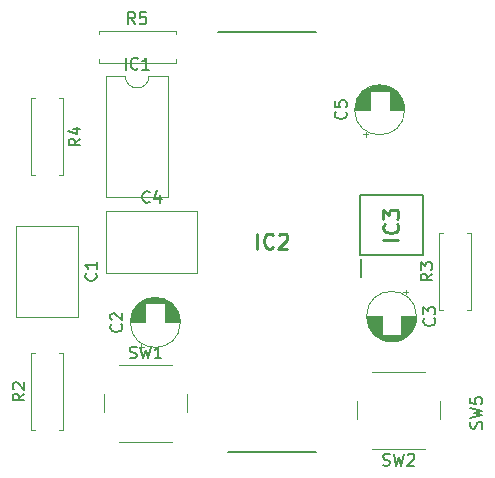
<source format=gto>
%TF.GenerationSoftware,KiCad,Pcbnew,(5.1.9-0-10_14)*%
%TF.CreationDate,2021-04-15T17:53:14+09:00*%
%TF.ProjectId,RadioExercise,52616469-6f45-4786-9572-636973652e6b,rev?*%
%TF.SameCoordinates,Original*%
%TF.FileFunction,Legend,Top*%
%TF.FilePolarity,Positive*%
%FSLAX46Y46*%
G04 Gerber Fmt 4.6, Leading zero omitted, Abs format (unit mm)*
G04 Created by KiCad (PCBNEW (5.1.9-0-10_14)) date 2021-04-15 17:53:14*
%MOMM*%
%LPD*%
G01*
G04 APERTURE LIST*
%ADD10C,0.120000*%
%ADD11C,0.200000*%
%ADD12C,0.150000*%
%ADD13C,0.254000*%
G04 APERTURE END LIST*
D10*
%TO.C,C1*%
X180464000Y-76796000D02*
X175224000Y-76796000D01*
X180464000Y-69056000D02*
X175224000Y-69056000D01*
X175224000Y-69056000D02*
X175224000Y-76796000D01*
X180464000Y-69056000D02*
X180464000Y-76796000D01*
%TO.C,C2*%
X185605000Y-79319801D02*
X186005000Y-79319801D01*
X185805000Y-79519801D02*
X185805000Y-79119801D01*
X186630000Y-75169000D02*
X187370000Y-75169000D01*
X186463000Y-75209000D02*
X187537000Y-75209000D01*
X186336000Y-75249000D02*
X187664000Y-75249000D01*
X186232000Y-75289000D02*
X187768000Y-75289000D01*
X186141000Y-75329000D02*
X187859000Y-75329000D01*
X186060000Y-75369000D02*
X187940000Y-75369000D01*
X185987000Y-75409000D02*
X188013000Y-75409000D01*
X185920000Y-75449000D02*
X188080000Y-75449000D01*
X185858000Y-75489000D02*
X188142000Y-75489000D01*
X185800000Y-75529000D02*
X188200000Y-75529000D01*
X185746000Y-75569000D02*
X188254000Y-75569000D01*
X185696000Y-75609000D02*
X188304000Y-75609000D01*
X185649000Y-75649000D02*
X188351000Y-75649000D01*
X187840000Y-75689000D02*
X188396000Y-75689000D01*
X185604000Y-75689000D02*
X186160000Y-75689000D01*
X187840000Y-75729000D02*
X188438000Y-75729000D01*
X185562000Y-75729000D02*
X186160000Y-75729000D01*
X187840000Y-75769000D02*
X188478000Y-75769000D01*
X185522000Y-75769000D02*
X186160000Y-75769000D01*
X187840000Y-75809000D02*
X188516000Y-75809000D01*
X185484000Y-75809000D02*
X186160000Y-75809000D01*
X187840000Y-75849000D02*
X188552000Y-75849000D01*
X185448000Y-75849000D02*
X186160000Y-75849000D01*
X187840000Y-75889000D02*
X188587000Y-75889000D01*
X185413000Y-75889000D02*
X186160000Y-75889000D01*
X187840000Y-75929000D02*
X188619000Y-75929000D01*
X185381000Y-75929000D02*
X186160000Y-75929000D01*
X187840000Y-75969000D02*
X188650000Y-75969000D01*
X185350000Y-75969000D02*
X186160000Y-75969000D01*
X187840000Y-76009000D02*
X188680000Y-76009000D01*
X185320000Y-76009000D02*
X186160000Y-76009000D01*
X187840000Y-76049000D02*
X188708000Y-76049000D01*
X185292000Y-76049000D02*
X186160000Y-76049000D01*
X187840000Y-76089000D02*
X188735000Y-76089000D01*
X185265000Y-76089000D02*
X186160000Y-76089000D01*
X187840000Y-76129000D02*
X188760000Y-76129000D01*
X185240000Y-76129000D02*
X186160000Y-76129000D01*
X187840000Y-76169000D02*
X188785000Y-76169000D01*
X185215000Y-76169000D02*
X186160000Y-76169000D01*
X187840000Y-76209000D02*
X188808000Y-76209000D01*
X185192000Y-76209000D02*
X186160000Y-76209000D01*
X187840000Y-76249000D02*
X188830000Y-76249000D01*
X185170000Y-76249000D02*
X186160000Y-76249000D01*
X187840000Y-76289000D02*
X188851000Y-76289000D01*
X185149000Y-76289000D02*
X186160000Y-76289000D01*
X187840000Y-76329000D02*
X188870000Y-76329000D01*
X185130000Y-76329000D02*
X186160000Y-76329000D01*
X187840000Y-76369000D02*
X188889000Y-76369000D01*
X185111000Y-76369000D02*
X186160000Y-76369000D01*
X187840000Y-76409000D02*
X188907000Y-76409000D01*
X185093000Y-76409000D02*
X186160000Y-76409000D01*
X187840000Y-76449000D02*
X188924000Y-76449000D01*
X185076000Y-76449000D02*
X186160000Y-76449000D01*
X187840000Y-76489000D02*
X188940000Y-76489000D01*
X185060000Y-76489000D02*
X186160000Y-76489000D01*
X187840000Y-76529000D02*
X188954000Y-76529000D01*
X185046000Y-76529000D02*
X186160000Y-76529000D01*
X187840000Y-76570000D02*
X188968000Y-76570000D01*
X185032000Y-76570000D02*
X186160000Y-76570000D01*
X187840000Y-76610000D02*
X188982000Y-76610000D01*
X185018000Y-76610000D02*
X186160000Y-76610000D01*
X187840000Y-76650000D02*
X188994000Y-76650000D01*
X185006000Y-76650000D02*
X186160000Y-76650000D01*
X187840000Y-76690000D02*
X189005000Y-76690000D01*
X184995000Y-76690000D02*
X186160000Y-76690000D01*
X187840000Y-76730000D02*
X189016000Y-76730000D01*
X184984000Y-76730000D02*
X186160000Y-76730000D01*
X187840000Y-76770000D02*
X189025000Y-76770000D01*
X184975000Y-76770000D02*
X186160000Y-76770000D01*
X187840000Y-76810000D02*
X189034000Y-76810000D01*
X184966000Y-76810000D02*
X186160000Y-76810000D01*
X187840000Y-76850000D02*
X189042000Y-76850000D01*
X184958000Y-76850000D02*
X186160000Y-76850000D01*
X187840000Y-76890000D02*
X189050000Y-76890000D01*
X184950000Y-76890000D02*
X186160000Y-76890000D01*
X187840000Y-76930000D02*
X189056000Y-76930000D01*
X184944000Y-76930000D02*
X186160000Y-76930000D01*
X187840000Y-76970000D02*
X189062000Y-76970000D01*
X184938000Y-76970000D02*
X186160000Y-76970000D01*
X187840000Y-77010000D02*
X189067000Y-77010000D01*
X184933000Y-77010000D02*
X186160000Y-77010000D01*
X187840000Y-77050000D02*
X189071000Y-77050000D01*
X184929000Y-77050000D02*
X186160000Y-77050000D01*
X187840000Y-77090000D02*
X189074000Y-77090000D01*
X184926000Y-77090000D02*
X186160000Y-77090000D01*
X187840000Y-77130000D02*
X189077000Y-77130000D01*
X184923000Y-77130000D02*
X186160000Y-77130000D01*
X184921000Y-77170000D02*
X186160000Y-77170000D01*
X187840000Y-77170000D02*
X189079000Y-77170000D01*
X184920000Y-77210000D02*
X186160000Y-77210000D01*
X187840000Y-77210000D02*
X189080000Y-77210000D01*
X184920000Y-77250000D02*
X186160000Y-77250000D01*
X187840000Y-77250000D02*
X189080000Y-77250000D01*
X189120000Y-77250000D02*
G75*
G03*
X189120000Y-77250000I-2120000J0D01*
G01*
%TO.C,C3*%
X209120000Y-76750000D02*
G75*
G03*
X209120000Y-76750000I-2120000J0D01*
G01*
X206160000Y-76750000D02*
X204920000Y-76750000D01*
X209080000Y-76750000D02*
X207840000Y-76750000D01*
X206160000Y-76790000D02*
X204920000Y-76790000D01*
X209080000Y-76790000D02*
X207840000Y-76790000D01*
X206160000Y-76830000D02*
X204921000Y-76830000D01*
X209079000Y-76830000D02*
X207840000Y-76830000D01*
X209077000Y-76870000D02*
X207840000Y-76870000D01*
X206160000Y-76870000D02*
X204923000Y-76870000D01*
X209074000Y-76910000D02*
X207840000Y-76910000D01*
X206160000Y-76910000D02*
X204926000Y-76910000D01*
X209071000Y-76950000D02*
X207840000Y-76950000D01*
X206160000Y-76950000D02*
X204929000Y-76950000D01*
X209067000Y-76990000D02*
X207840000Y-76990000D01*
X206160000Y-76990000D02*
X204933000Y-76990000D01*
X209062000Y-77030000D02*
X207840000Y-77030000D01*
X206160000Y-77030000D02*
X204938000Y-77030000D01*
X209056000Y-77070000D02*
X207840000Y-77070000D01*
X206160000Y-77070000D02*
X204944000Y-77070000D01*
X209050000Y-77110000D02*
X207840000Y-77110000D01*
X206160000Y-77110000D02*
X204950000Y-77110000D01*
X209042000Y-77150000D02*
X207840000Y-77150000D01*
X206160000Y-77150000D02*
X204958000Y-77150000D01*
X209034000Y-77190000D02*
X207840000Y-77190000D01*
X206160000Y-77190000D02*
X204966000Y-77190000D01*
X209025000Y-77230000D02*
X207840000Y-77230000D01*
X206160000Y-77230000D02*
X204975000Y-77230000D01*
X209016000Y-77270000D02*
X207840000Y-77270000D01*
X206160000Y-77270000D02*
X204984000Y-77270000D01*
X209005000Y-77310000D02*
X207840000Y-77310000D01*
X206160000Y-77310000D02*
X204995000Y-77310000D01*
X208994000Y-77350000D02*
X207840000Y-77350000D01*
X206160000Y-77350000D02*
X205006000Y-77350000D01*
X208982000Y-77390000D02*
X207840000Y-77390000D01*
X206160000Y-77390000D02*
X205018000Y-77390000D01*
X208968000Y-77430000D02*
X207840000Y-77430000D01*
X206160000Y-77430000D02*
X205032000Y-77430000D01*
X208954000Y-77471000D02*
X207840000Y-77471000D01*
X206160000Y-77471000D02*
X205046000Y-77471000D01*
X208940000Y-77511000D02*
X207840000Y-77511000D01*
X206160000Y-77511000D02*
X205060000Y-77511000D01*
X208924000Y-77551000D02*
X207840000Y-77551000D01*
X206160000Y-77551000D02*
X205076000Y-77551000D01*
X208907000Y-77591000D02*
X207840000Y-77591000D01*
X206160000Y-77591000D02*
X205093000Y-77591000D01*
X208889000Y-77631000D02*
X207840000Y-77631000D01*
X206160000Y-77631000D02*
X205111000Y-77631000D01*
X208870000Y-77671000D02*
X207840000Y-77671000D01*
X206160000Y-77671000D02*
X205130000Y-77671000D01*
X208851000Y-77711000D02*
X207840000Y-77711000D01*
X206160000Y-77711000D02*
X205149000Y-77711000D01*
X208830000Y-77751000D02*
X207840000Y-77751000D01*
X206160000Y-77751000D02*
X205170000Y-77751000D01*
X208808000Y-77791000D02*
X207840000Y-77791000D01*
X206160000Y-77791000D02*
X205192000Y-77791000D01*
X208785000Y-77831000D02*
X207840000Y-77831000D01*
X206160000Y-77831000D02*
X205215000Y-77831000D01*
X208760000Y-77871000D02*
X207840000Y-77871000D01*
X206160000Y-77871000D02*
X205240000Y-77871000D01*
X208735000Y-77911000D02*
X207840000Y-77911000D01*
X206160000Y-77911000D02*
X205265000Y-77911000D01*
X208708000Y-77951000D02*
X207840000Y-77951000D01*
X206160000Y-77951000D02*
X205292000Y-77951000D01*
X208680000Y-77991000D02*
X207840000Y-77991000D01*
X206160000Y-77991000D02*
X205320000Y-77991000D01*
X208650000Y-78031000D02*
X207840000Y-78031000D01*
X206160000Y-78031000D02*
X205350000Y-78031000D01*
X208619000Y-78071000D02*
X207840000Y-78071000D01*
X206160000Y-78071000D02*
X205381000Y-78071000D01*
X208587000Y-78111000D02*
X207840000Y-78111000D01*
X206160000Y-78111000D02*
X205413000Y-78111000D01*
X208552000Y-78151000D02*
X207840000Y-78151000D01*
X206160000Y-78151000D02*
X205448000Y-78151000D01*
X208516000Y-78191000D02*
X207840000Y-78191000D01*
X206160000Y-78191000D02*
X205484000Y-78191000D01*
X208478000Y-78231000D02*
X207840000Y-78231000D01*
X206160000Y-78231000D02*
X205522000Y-78231000D01*
X208438000Y-78271000D02*
X207840000Y-78271000D01*
X206160000Y-78271000D02*
X205562000Y-78271000D01*
X208396000Y-78311000D02*
X207840000Y-78311000D01*
X206160000Y-78311000D02*
X205604000Y-78311000D01*
X208351000Y-78351000D02*
X205649000Y-78351000D01*
X208304000Y-78391000D02*
X205696000Y-78391000D01*
X208254000Y-78431000D02*
X205746000Y-78431000D01*
X208200000Y-78471000D02*
X205800000Y-78471000D01*
X208142000Y-78511000D02*
X205858000Y-78511000D01*
X208080000Y-78551000D02*
X205920000Y-78551000D01*
X208013000Y-78591000D02*
X205987000Y-78591000D01*
X207940000Y-78631000D02*
X206060000Y-78631000D01*
X207859000Y-78671000D02*
X206141000Y-78671000D01*
X207768000Y-78711000D02*
X206232000Y-78711000D01*
X207664000Y-78751000D02*
X206336000Y-78751000D01*
X207537000Y-78791000D02*
X206463000Y-78791000D01*
X207370000Y-78831000D02*
X206630000Y-78831000D01*
X208195000Y-74480199D02*
X208195000Y-74880199D01*
X208395000Y-74680199D02*
X207995000Y-74680199D01*
%TO.C,C4*%
X182824000Y-67806000D02*
X190564000Y-67806000D01*
X182824000Y-73046000D02*
X190564000Y-73046000D01*
X182824000Y-67806000D02*
X182824000Y-73046000D01*
X190564000Y-67806000D02*
X190564000Y-73046000D01*
%TO.C,C5*%
X204605000Y-61319801D02*
X205005000Y-61319801D01*
X204805000Y-61519801D02*
X204805000Y-61119801D01*
X205630000Y-57169000D02*
X206370000Y-57169000D01*
X205463000Y-57209000D02*
X206537000Y-57209000D01*
X205336000Y-57249000D02*
X206664000Y-57249000D01*
X205232000Y-57289000D02*
X206768000Y-57289000D01*
X205141000Y-57329000D02*
X206859000Y-57329000D01*
X205060000Y-57369000D02*
X206940000Y-57369000D01*
X204987000Y-57409000D02*
X207013000Y-57409000D01*
X204920000Y-57449000D02*
X207080000Y-57449000D01*
X204858000Y-57489000D02*
X207142000Y-57489000D01*
X204800000Y-57529000D02*
X207200000Y-57529000D01*
X204746000Y-57569000D02*
X207254000Y-57569000D01*
X204696000Y-57609000D02*
X207304000Y-57609000D01*
X204649000Y-57649000D02*
X207351000Y-57649000D01*
X206840000Y-57689000D02*
X207396000Y-57689000D01*
X204604000Y-57689000D02*
X205160000Y-57689000D01*
X206840000Y-57729000D02*
X207438000Y-57729000D01*
X204562000Y-57729000D02*
X205160000Y-57729000D01*
X206840000Y-57769000D02*
X207478000Y-57769000D01*
X204522000Y-57769000D02*
X205160000Y-57769000D01*
X206840000Y-57809000D02*
X207516000Y-57809000D01*
X204484000Y-57809000D02*
X205160000Y-57809000D01*
X206840000Y-57849000D02*
X207552000Y-57849000D01*
X204448000Y-57849000D02*
X205160000Y-57849000D01*
X206840000Y-57889000D02*
X207587000Y-57889000D01*
X204413000Y-57889000D02*
X205160000Y-57889000D01*
X206840000Y-57929000D02*
X207619000Y-57929000D01*
X204381000Y-57929000D02*
X205160000Y-57929000D01*
X206840000Y-57969000D02*
X207650000Y-57969000D01*
X204350000Y-57969000D02*
X205160000Y-57969000D01*
X206840000Y-58009000D02*
X207680000Y-58009000D01*
X204320000Y-58009000D02*
X205160000Y-58009000D01*
X206840000Y-58049000D02*
X207708000Y-58049000D01*
X204292000Y-58049000D02*
X205160000Y-58049000D01*
X206840000Y-58089000D02*
X207735000Y-58089000D01*
X204265000Y-58089000D02*
X205160000Y-58089000D01*
X206840000Y-58129000D02*
X207760000Y-58129000D01*
X204240000Y-58129000D02*
X205160000Y-58129000D01*
X206840000Y-58169000D02*
X207785000Y-58169000D01*
X204215000Y-58169000D02*
X205160000Y-58169000D01*
X206840000Y-58209000D02*
X207808000Y-58209000D01*
X204192000Y-58209000D02*
X205160000Y-58209000D01*
X206840000Y-58249000D02*
X207830000Y-58249000D01*
X204170000Y-58249000D02*
X205160000Y-58249000D01*
X206840000Y-58289000D02*
X207851000Y-58289000D01*
X204149000Y-58289000D02*
X205160000Y-58289000D01*
X206840000Y-58329000D02*
X207870000Y-58329000D01*
X204130000Y-58329000D02*
X205160000Y-58329000D01*
X206840000Y-58369000D02*
X207889000Y-58369000D01*
X204111000Y-58369000D02*
X205160000Y-58369000D01*
X206840000Y-58409000D02*
X207907000Y-58409000D01*
X204093000Y-58409000D02*
X205160000Y-58409000D01*
X206840000Y-58449000D02*
X207924000Y-58449000D01*
X204076000Y-58449000D02*
X205160000Y-58449000D01*
X206840000Y-58489000D02*
X207940000Y-58489000D01*
X204060000Y-58489000D02*
X205160000Y-58489000D01*
X206840000Y-58529000D02*
X207954000Y-58529000D01*
X204046000Y-58529000D02*
X205160000Y-58529000D01*
X206840000Y-58570000D02*
X207968000Y-58570000D01*
X204032000Y-58570000D02*
X205160000Y-58570000D01*
X206840000Y-58610000D02*
X207982000Y-58610000D01*
X204018000Y-58610000D02*
X205160000Y-58610000D01*
X206840000Y-58650000D02*
X207994000Y-58650000D01*
X204006000Y-58650000D02*
X205160000Y-58650000D01*
X206840000Y-58690000D02*
X208005000Y-58690000D01*
X203995000Y-58690000D02*
X205160000Y-58690000D01*
X206840000Y-58730000D02*
X208016000Y-58730000D01*
X203984000Y-58730000D02*
X205160000Y-58730000D01*
X206840000Y-58770000D02*
X208025000Y-58770000D01*
X203975000Y-58770000D02*
X205160000Y-58770000D01*
X206840000Y-58810000D02*
X208034000Y-58810000D01*
X203966000Y-58810000D02*
X205160000Y-58810000D01*
X206840000Y-58850000D02*
X208042000Y-58850000D01*
X203958000Y-58850000D02*
X205160000Y-58850000D01*
X206840000Y-58890000D02*
X208050000Y-58890000D01*
X203950000Y-58890000D02*
X205160000Y-58890000D01*
X206840000Y-58930000D02*
X208056000Y-58930000D01*
X203944000Y-58930000D02*
X205160000Y-58930000D01*
X206840000Y-58970000D02*
X208062000Y-58970000D01*
X203938000Y-58970000D02*
X205160000Y-58970000D01*
X206840000Y-59010000D02*
X208067000Y-59010000D01*
X203933000Y-59010000D02*
X205160000Y-59010000D01*
X206840000Y-59050000D02*
X208071000Y-59050000D01*
X203929000Y-59050000D02*
X205160000Y-59050000D01*
X206840000Y-59090000D02*
X208074000Y-59090000D01*
X203926000Y-59090000D02*
X205160000Y-59090000D01*
X206840000Y-59130000D02*
X208077000Y-59130000D01*
X203923000Y-59130000D02*
X205160000Y-59130000D01*
X203921000Y-59170000D02*
X205160000Y-59170000D01*
X206840000Y-59170000D02*
X208079000Y-59170000D01*
X203920000Y-59210000D02*
X205160000Y-59210000D01*
X206840000Y-59210000D02*
X208080000Y-59210000D01*
X203920000Y-59250000D02*
X205160000Y-59250000D01*
X206840000Y-59250000D02*
X208080000Y-59250000D01*
X208120000Y-59250000D02*
G75*
G03*
X208120000Y-59250000I-2120000J0D01*
G01*
%TO.C,IC1*%
X188114000Y-56396000D02*
X186464000Y-56396000D01*
X188114000Y-66676000D02*
X188114000Y-56396000D01*
X182814000Y-66676000D02*
X188114000Y-66676000D01*
X182814000Y-56396000D02*
X182814000Y-66676000D01*
X184464000Y-56396000D02*
X182814000Y-56396000D01*
X186464000Y-56396000D02*
G75*
G02*
X184464000Y-56396000I-1000000J0D01*
G01*
D11*
%TO.C,IC2*%
X192346000Y-52646000D02*
X200640000Y-52646000D01*
X193148000Y-88206000D02*
X200640000Y-88206000D01*
%TO.C,IC3*%
X204370000Y-71525000D02*
X204370000Y-66475000D01*
X204370000Y-66475000D02*
X209630000Y-66475000D01*
X209630000Y-66475000D02*
X209630000Y-71525000D01*
X209630000Y-71525000D02*
X204370000Y-71525000D01*
X204395000Y-73425000D02*
X204395000Y-71875000D01*
D10*
%TO.C,R2*%
X176804000Y-86396000D02*
X176474000Y-86396000D01*
X176474000Y-86396000D02*
X176474000Y-79856000D01*
X176474000Y-79856000D02*
X176804000Y-79856000D01*
X178884000Y-86396000D02*
X179214000Y-86396000D01*
X179214000Y-86396000D02*
X179214000Y-79856000D01*
X179214000Y-79856000D02*
X178884000Y-79856000D01*
%TO.C,R3*%
X213758000Y-69696000D02*
X213428000Y-69696000D01*
X213758000Y-76236000D02*
X213758000Y-69696000D01*
X213428000Y-76236000D02*
X213758000Y-76236000D01*
X211018000Y-69696000D02*
X211348000Y-69696000D01*
X211018000Y-76236000D02*
X211018000Y-69696000D01*
X211348000Y-76236000D02*
X211018000Y-76236000D01*
%TO.C,R4*%
X176474000Y-64806000D02*
X176804000Y-64806000D01*
X176474000Y-58266000D02*
X176474000Y-64806000D01*
X176804000Y-58266000D02*
X176474000Y-58266000D01*
X179214000Y-64806000D02*
X178884000Y-64806000D01*
X179214000Y-58266000D02*
X179214000Y-64806000D01*
X178884000Y-58266000D02*
X179214000Y-58266000D01*
%TO.C,R5*%
X182194000Y-52876000D02*
X182194000Y-52546000D01*
X182194000Y-52546000D02*
X188734000Y-52546000D01*
X188734000Y-52546000D02*
X188734000Y-52876000D01*
X182194000Y-54956000D02*
X182194000Y-55286000D01*
X182194000Y-55286000D02*
X188734000Y-55286000D01*
X188734000Y-55286000D02*
X188734000Y-54956000D01*
%TO.C,SW1*%
X189674000Y-84856000D02*
X189674000Y-83356000D01*
X188424000Y-80856000D02*
X183924000Y-80856000D01*
X182674000Y-83356000D02*
X182674000Y-84856000D01*
X183924000Y-87356000D02*
X188424000Y-87356000D01*
%TO.C,SW2*%
X209864000Y-81436000D02*
X205364000Y-81436000D01*
X211114000Y-85436000D02*
X211114000Y-83936000D01*
X205364000Y-87936000D02*
X209864000Y-87936000D01*
X204114000Y-83936000D02*
X204114000Y-85436000D01*
%TO.C,C1*%
D12*
X181951142Y-73092666D02*
X181998761Y-73140285D01*
X182046380Y-73283142D01*
X182046380Y-73378380D01*
X181998761Y-73521238D01*
X181903523Y-73616476D01*
X181808285Y-73664095D01*
X181617809Y-73711714D01*
X181474952Y-73711714D01*
X181284476Y-73664095D01*
X181189238Y-73616476D01*
X181094000Y-73521238D01*
X181046380Y-73378380D01*
X181046380Y-73283142D01*
X181094000Y-73140285D01*
X181141619Y-73092666D01*
X182046380Y-72140285D02*
X182046380Y-72711714D01*
X182046380Y-72426000D02*
X181046380Y-72426000D01*
X181189238Y-72521238D01*
X181284476Y-72616476D01*
X181332095Y-72711714D01*
%TO.C,C2*%
X184107142Y-77416666D02*
X184154761Y-77464285D01*
X184202380Y-77607142D01*
X184202380Y-77702380D01*
X184154761Y-77845238D01*
X184059523Y-77940476D01*
X183964285Y-77988095D01*
X183773809Y-78035714D01*
X183630952Y-78035714D01*
X183440476Y-77988095D01*
X183345238Y-77940476D01*
X183250000Y-77845238D01*
X183202380Y-77702380D01*
X183202380Y-77607142D01*
X183250000Y-77464285D01*
X183297619Y-77416666D01*
X183297619Y-77035714D02*
X183250000Y-76988095D01*
X183202380Y-76892857D01*
X183202380Y-76654761D01*
X183250000Y-76559523D01*
X183297619Y-76511904D01*
X183392857Y-76464285D01*
X183488095Y-76464285D01*
X183630952Y-76511904D01*
X184202380Y-77083333D01*
X184202380Y-76464285D01*
%TO.C,C3*%
X210607142Y-76916666D02*
X210654761Y-76964285D01*
X210702380Y-77107142D01*
X210702380Y-77202380D01*
X210654761Y-77345238D01*
X210559523Y-77440476D01*
X210464285Y-77488095D01*
X210273809Y-77535714D01*
X210130952Y-77535714D01*
X209940476Y-77488095D01*
X209845238Y-77440476D01*
X209750000Y-77345238D01*
X209702380Y-77202380D01*
X209702380Y-77107142D01*
X209750000Y-76964285D01*
X209797619Y-76916666D01*
X209702380Y-76583333D02*
X209702380Y-75964285D01*
X210083333Y-76297619D01*
X210083333Y-76154761D01*
X210130952Y-76059523D01*
X210178571Y-76011904D01*
X210273809Y-75964285D01*
X210511904Y-75964285D01*
X210607142Y-76011904D01*
X210654761Y-76059523D01*
X210702380Y-76154761D01*
X210702380Y-76440476D01*
X210654761Y-76535714D01*
X210607142Y-76583333D01*
%TO.C,C4*%
X186527333Y-67033142D02*
X186479714Y-67080761D01*
X186336857Y-67128380D01*
X186241619Y-67128380D01*
X186098761Y-67080761D01*
X186003523Y-66985523D01*
X185955904Y-66890285D01*
X185908285Y-66699809D01*
X185908285Y-66556952D01*
X185955904Y-66366476D01*
X186003523Y-66271238D01*
X186098761Y-66176000D01*
X186241619Y-66128380D01*
X186336857Y-66128380D01*
X186479714Y-66176000D01*
X186527333Y-66223619D01*
X187384476Y-66461714D02*
X187384476Y-67128380D01*
X187146380Y-66080761D02*
X186908285Y-66795047D01*
X187527333Y-66795047D01*
%TO.C,C5*%
X203107142Y-59416666D02*
X203154761Y-59464285D01*
X203202380Y-59607142D01*
X203202380Y-59702380D01*
X203154761Y-59845238D01*
X203059523Y-59940476D01*
X202964285Y-59988095D01*
X202773809Y-60035714D01*
X202630952Y-60035714D01*
X202440476Y-59988095D01*
X202345238Y-59940476D01*
X202250000Y-59845238D01*
X202202380Y-59702380D01*
X202202380Y-59607142D01*
X202250000Y-59464285D01*
X202297619Y-59416666D01*
X202202380Y-58511904D02*
X202202380Y-58988095D01*
X202678571Y-59035714D01*
X202630952Y-58988095D01*
X202583333Y-58892857D01*
X202583333Y-58654761D01*
X202630952Y-58559523D01*
X202678571Y-58511904D01*
X202773809Y-58464285D01*
X203011904Y-58464285D01*
X203107142Y-58511904D01*
X203154761Y-58559523D01*
X203202380Y-58654761D01*
X203202380Y-58892857D01*
X203154761Y-58988095D01*
X203107142Y-59035714D01*
%TO.C,IC1*%
X184487809Y-55848380D02*
X184487809Y-54848380D01*
X185535428Y-55753142D02*
X185487809Y-55800761D01*
X185344952Y-55848380D01*
X185249714Y-55848380D01*
X185106857Y-55800761D01*
X185011619Y-55705523D01*
X184964000Y-55610285D01*
X184916380Y-55419809D01*
X184916380Y-55276952D01*
X184964000Y-55086476D01*
X185011619Y-54991238D01*
X185106857Y-54896000D01*
X185249714Y-54848380D01*
X185344952Y-54848380D01*
X185487809Y-54896000D01*
X185535428Y-54943619D01*
X186487809Y-55848380D02*
X185916380Y-55848380D01*
X186202095Y-55848380D02*
X186202095Y-54848380D01*
X186106857Y-54991238D01*
X186011619Y-55086476D01*
X185916380Y-55134095D01*
%TO.C,IC2*%
D13*
X195654238Y-71000523D02*
X195654238Y-69730523D01*
X196984714Y-70879571D02*
X196924238Y-70940047D01*
X196742809Y-71000523D01*
X196621857Y-71000523D01*
X196440428Y-70940047D01*
X196319476Y-70819095D01*
X196259000Y-70698142D01*
X196198523Y-70456238D01*
X196198523Y-70274809D01*
X196259000Y-70032904D01*
X196319476Y-69911952D01*
X196440428Y-69791000D01*
X196621857Y-69730523D01*
X196742809Y-69730523D01*
X196924238Y-69791000D01*
X196984714Y-69851476D01*
X197468523Y-69851476D02*
X197529000Y-69791000D01*
X197649952Y-69730523D01*
X197952333Y-69730523D01*
X198073285Y-69791000D01*
X198133761Y-69851476D01*
X198194238Y-69972428D01*
X198194238Y-70093380D01*
X198133761Y-70274809D01*
X197408047Y-71000523D01*
X198194238Y-71000523D01*
%TO.C,IC3*%
X207574523Y-70239761D02*
X206304523Y-70239761D01*
X207453571Y-68909285D02*
X207514047Y-68969761D01*
X207574523Y-69151190D01*
X207574523Y-69272142D01*
X207514047Y-69453571D01*
X207393095Y-69574523D01*
X207272142Y-69635000D01*
X207030238Y-69695476D01*
X206848809Y-69695476D01*
X206606904Y-69635000D01*
X206485952Y-69574523D01*
X206365000Y-69453571D01*
X206304523Y-69272142D01*
X206304523Y-69151190D01*
X206365000Y-68969761D01*
X206425476Y-68909285D01*
X206304523Y-68485952D02*
X206304523Y-67699761D01*
X206788333Y-68123095D01*
X206788333Y-67941666D01*
X206848809Y-67820714D01*
X206909285Y-67760238D01*
X207030238Y-67699761D01*
X207332619Y-67699761D01*
X207453571Y-67760238D01*
X207514047Y-67820714D01*
X207574523Y-67941666D01*
X207574523Y-68304523D01*
X207514047Y-68425476D01*
X207453571Y-68485952D01*
%TO.C,R2*%
D12*
X175926380Y-83292666D02*
X175450190Y-83626000D01*
X175926380Y-83864095D02*
X174926380Y-83864095D01*
X174926380Y-83483142D01*
X174974000Y-83387904D01*
X175021619Y-83340285D01*
X175116857Y-83292666D01*
X175259714Y-83292666D01*
X175354952Y-83340285D01*
X175402571Y-83387904D01*
X175450190Y-83483142D01*
X175450190Y-83864095D01*
X175021619Y-82911714D02*
X174974000Y-82864095D01*
X174926380Y-82768857D01*
X174926380Y-82530761D01*
X174974000Y-82435523D01*
X175021619Y-82387904D01*
X175116857Y-82340285D01*
X175212095Y-82340285D01*
X175354952Y-82387904D01*
X175926380Y-82959333D01*
X175926380Y-82340285D01*
%TO.C,R3*%
X210470380Y-73132666D02*
X209994190Y-73466000D01*
X210470380Y-73704095D02*
X209470380Y-73704095D01*
X209470380Y-73323142D01*
X209518000Y-73227904D01*
X209565619Y-73180285D01*
X209660857Y-73132666D01*
X209803714Y-73132666D01*
X209898952Y-73180285D01*
X209946571Y-73227904D01*
X209994190Y-73323142D01*
X209994190Y-73704095D01*
X209470380Y-72799333D02*
X209470380Y-72180285D01*
X209851333Y-72513619D01*
X209851333Y-72370761D01*
X209898952Y-72275523D01*
X209946571Y-72227904D01*
X210041809Y-72180285D01*
X210279904Y-72180285D01*
X210375142Y-72227904D01*
X210422761Y-72275523D01*
X210470380Y-72370761D01*
X210470380Y-72656476D01*
X210422761Y-72751714D01*
X210375142Y-72799333D01*
%TO.C,R4*%
X180666380Y-61702666D02*
X180190190Y-62036000D01*
X180666380Y-62274095D02*
X179666380Y-62274095D01*
X179666380Y-61893142D01*
X179714000Y-61797904D01*
X179761619Y-61750285D01*
X179856857Y-61702666D01*
X179999714Y-61702666D01*
X180094952Y-61750285D01*
X180142571Y-61797904D01*
X180190190Y-61893142D01*
X180190190Y-62274095D01*
X179999714Y-60845523D02*
X180666380Y-60845523D01*
X179618761Y-61083619D02*
X180333047Y-61321714D01*
X180333047Y-60702666D01*
%TO.C,R5*%
X185297333Y-51998380D02*
X184964000Y-51522190D01*
X184725904Y-51998380D02*
X184725904Y-50998380D01*
X185106857Y-50998380D01*
X185202095Y-51046000D01*
X185249714Y-51093619D01*
X185297333Y-51188857D01*
X185297333Y-51331714D01*
X185249714Y-51426952D01*
X185202095Y-51474571D01*
X185106857Y-51522190D01*
X184725904Y-51522190D01*
X186202095Y-50998380D02*
X185725904Y-50998380D01*
X185678285Y-51474571D01*
X185725904Y-51426952D01*
X185821142Y-51379333D01*
X186059238Y-51379333D01*
X186154476Y-51426952D01*
X186202095Y-51474571D01*
X186249714Y-51569809D01*
X186249714Y-51807904D01*
X186202095Y-51903142D01*
X186154476Y-51950761D01*
X186059238Y-51998380D01*
X185821142Y-51998380D01*
X185725904Y-51950761D01*
X185678285Y-51903142D01*
%TO.C,SW1*%
X184840666Y-80260761D02*
X184983523Y-80308380D01*
X185221619Y-80308380D01*
X185316857Y-80260761D01*
X185364476Y-80213142D01*
X185412095Y-80117904D01*
X185412095Y-80022666D01*
X185364476Y-79927428D01*
X185316857Y-79879809D01*
X185221619Y-79832190D01*
X185031142Y-79784571D01*
X184935904Y-79736952D01*
X184888285Y-79689333D01*
X184840666Y-79594095D01*
X184840666Y-79498857D01*
X184888285Y-79403619D01*
X184935904Y-79356000D01*
X185031142Y-79308380D01*
X185269238Y-79308380D01*
X185412095Y-79356000D01*
X185745428Y-79308380D02*
X185983523Y-80308380D01*
X186174000Y-79594095D01*
X186364476Y-80308380D01*
X186602571Y-79308380D01*
X187507333Y-80308380D02*
X186935904Y-80308380D01*
X187221619Y-80308380D02*
X187221619Y-79308380D01*
X187126380Y-79451238D01*
X187031142Y-79546476D01*
X186935904Y-79594095D01*
%TO.C,SW2*%
X206280666Y-89340761D02*
X206423523Y-89388380D01*
X206661619Y-89388380D01*
X206756857Y-89340761D01*
X206804476Y-89293142D01*
X206852095Y-89197904D01*
X206852095Y-89102666D01*
X206804476Y-89007428D01*
X206756857Y-88959809D01*
X206661619Y-88912190D01*
X206471142Y-88864571D01*
X206375904Y-88816952D01*
X206328285Y-88769333D01*
X206280666Y-88674095D01*
X206280666Y-88578857D01*
X206328285Y-88483619D01*
X206375904Y-88436000D01*
X206471142Y-88388380D01*
X206709238Y-88388380D01*
X206852095Y-88436000D01*
X207185428Y-88388380D02*
X207423523Y-89388380D01*
X207614000Y-88674095D01*
X207804476Y-89388380D01*
X208042571Y-88388380D01*
X208375904Y-88483619D02*
X208423523Y-88436000D01*
X208518761Y-88388380D01*
X208756857Y-88388380D01*
X208852095Y-88436000D01*
X208899714Y-88483619D01*
X208947333Y-88578857D01*
X208947333Y-88674095D01*
X208899714Y-88816952D01*
X208328285Y-89388380D01*
X208947333Y-89388380D01*
%TO.C,SW5*%
X214626761Y-86237333D02*
X214674380Y-86094476D01*
X214674380Y-85856380D01*
X214626761Y-85761142D01*
X214579142Y-85713523D01*
X214483904Y-85665904D01*
X214388666Y-85665904D01*
X214293428Y-85713523D01*
X214245809Y-85761142D01*
X214198190Y-85856380D01*
X214150571Y-86046857D01*
X214102952Y-86142095D01*
X214055333Y-86189714D01*
X213960095Y-86237333D01*
X213864857Y-86237333D01*
X213769619Y-86189714D01*
X213722000Y-86142095D01*
X213674380Y-86046857D01*
X213674380Y-85808761D01*
X213722000Y-85665904D01*
X213674380Y-85332571D02*
X214674380Y-85094476D01*
X213960095Y-84904000D01*
X214674380Y-84713523D01*
X213674380Y-84475428D01*
X213674380Y-83618285D02*
X213674380Y-84094476D01*
X214150571Y-84142095D01*
X214102952Y-84094476D01*
X214055333Y-83999238D01*
X214055333Y-83761142D01*
X214102952Y-83665904D01*
X214150571Y-83618285D01*
X214245809Y-83570666D01*
X214483904Y-83570666D01*
X214579142Y-83618285D01*
X214626761Y-83665904D01*
X214674380Y-83761142D01*
X214674380Y-83999238D01*
X214626761Y-84094476D01*
X214579142Y-84142095D01*
%TD*%
M02*

</source>
